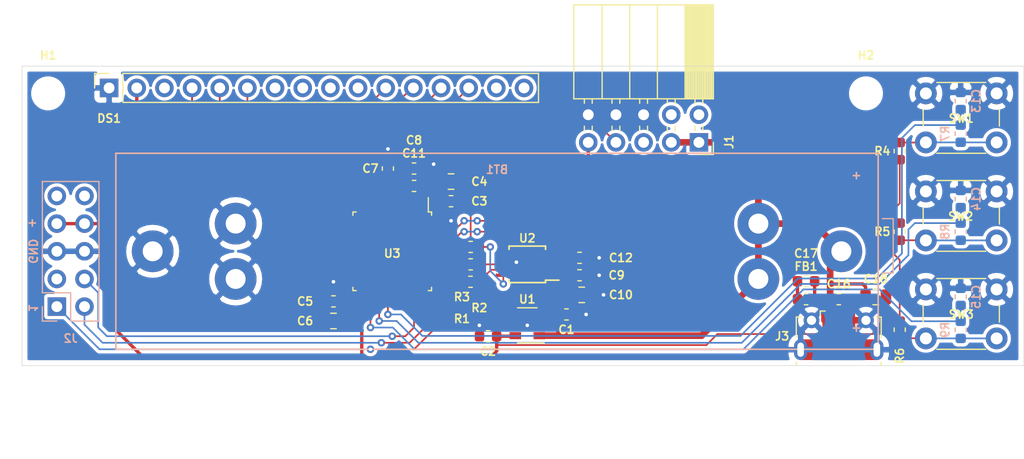
<source format=kicad_pcb>
(kicad_pcb (version 20211014) (generator pcbnew)
  (layers (0 "F.Cu" signal) (31 "B.Cu" signal) (34 "B.Paste" user) (35 "F.Paste" user) (36 "B.SilkS" user "B.Silkscreen") (37 "F.SilkS" user "F.Silkscreen") (38 "B.Mask" user) (39 "F.Mask" user) (44 "Edge.Cuts" user))
  (net 0 "")
  (net 1 "GND")
  (net 2 "/Vbat")
  (net 3 "/3V3")
  (net 4 "/RST")
  (net 5 "/Dim")
  (net 6 "/S1")
  (net 7 "/DB7")
  (net 8 "/DB6")
  (net 9 "/DB5")
  (net 10 "/DB4")
  (net 11 "/E")
  (net 12 "/R~{W}")
  (net 13 "/RS")
  (net 14 "/MOSI")
  (net 15 "Net-(R1-Pad1)")
  (net 16 "/SCLK")
  (net 17 "Net-(R2-Pad1)")
  (net 18 "/MISO")
  (net 19 "Net-(R3-Pad1)")
  (net 20 "/~{LAT0}")
  (net 21 "/CS_DAC")
  (net 22 "/Enable")
  (net 23 "/SWCLK")
  (net 24 "/SWDIO")
  (net 25 "/S2")
  (net 26 "/S3")
  (net 27 "Net-(R4-Pad2)")
  (net 28 "Net-(R5-Pad2)")
  (net 29 "Net-(R6-Pad2)")
  (footprint "Capacitor_SMD:C_0603_1608Metric" (layer "F.Cu") (at 220 152.8)
    (fp_text reference "C1")
    (fp_text value "1u")
  )
  (footprint "Capacitor_SMD:C_0603_1608Metric" (layer "F.Cu") (at 212.8 154.8 180)
    (fp_text reference "C2")
    (fp_text value "1u")
  )
  (footprint "Capacitor_SMD:C_0603_1608Metric" (layer "F.Cu") (at 221.2 149.2)
    (fp_text reference "C9")
    (fp_text value "0u1")
  )
  (footprint "Capacitor_SMD:C_0805_2012Metric" (layer "F.Cu") (at 221.4 151)
    (fp_text reference "C10")
    (fp_text value "10u")
  )
  (footprint "Capacitor_SMD:C_0603_1608Metric" (layer "F.Cu") (at 206 141)
    (fp_text reference "C11")
    (fp_text value "0u1")
  )
  (footprint "Capacitor_SMD:C_0603_1608Metric" (layer "F.Cu") (at 221.2 147.6)
    (fp_text reference "C12")
    (fp_text value "0u1")
  )
  (footprint "Connector_PinSocket_2.54mm:PinSocket_1x16_P2.54mm_Vertical" (layer "F.Cu") (at 178 132 90)
    (fp_text reference "DS1")
    (fp_text value "OLED-016N002A")
  )
  (footprint "Connector_PinSocket_2.54mm:PinSocket_2x05_P2.54mm_Horizontal" (layer "F.Cu") (at 232.16 137 -90)
    (fp_text reference "J1")
    (fp_text value "Conn_02x05_Odd_Even")
  )
  (footprint "Resistor_SMD:R_0603_1608Metric" (layer "F.Cu") (at 211.2 146.6 180)
    (fp_text reference "R2")
    (fp_text value "100")
  )
  (footprint "Resistor_SMD:R_0603_1608Metric" (layer "F.Cu") (at 211.1875 149.8 180)
    (fp_text reference "R1")
    (fp_text value "100")
  )
  (footprint "Resistor_SMD:R_0603_1608Metric" (layer "F.Cu") (at 211.2 148.2)
    (fp_text reference "R3")
    (fp_text value "100")
  )
  (footprint "Package_SO:MSOP-10_3x3mm_P0.5mm" (layer "F.Cu") (at 216.4 148.2 180)
    (fp_text reference "U2")
    (fp_text value "MCP48FVBX1")
  )
  (footprint "Package_TO_SOT_SMD:SOT-23-5" (layer "F.Cu") (at 216.4 153.8 180)
    (fp_text reference "U1")
    (fp_text value "MSCP1824T")
  )
  (footprint "Capacitor_SMD:C_0603_1608Metric" (layer "F.Cu") (at 209.4 142.4)
    (fp_text reference "C3")
    (fp_text value "0u1")
  )
  (footprint "Capacitor_SMD:C_0603_1608Metric" (layer "F.Cu") (at 203.6 139.4 90)
    (fp_text reference "C7")
    (fp_text value "10n")
  )
  (footprint "Capacitor_SMD:C_0805_2012Metric" (layer "F.Cu") (at 198.6 153.4 180)
    (fp_text reference "C6")
    (fp_text value "4u7")
  )
  (footprint "Capacitor_SMD:C_0603_1608Metric" (layer "F.Cu") (at 198.6 151.6 180)
    (fp_text reference "C5")
    (fp_text value "0u1")
  )
  (footprint "Capacitor_SMD:C_0805_2012Metric" (layer "F.Cu") (at 209.4 140.6)
    (fp_text reference "C4")
    (fp_text value "4u7")
  )
  (footprint "Capacitor_SMD:C_0603_1608Metric" (layer "F.Cu") (at 206 139.4)
    (fp_text reference "C8")
    (fp_text value "1u")
  )
  (footprint "Package_QFP:LQFP-32_7x7mm_P0.8mm" (layer "F.Cu") (at 204 147 -90)
    (fp_text reference "U3")
    (fp_text value "STM32F042K6Tx")
  )
  (footprint "Button_Switch_THT:SW_PUSH_6mm" (layer "F.Cu") (at 253 132.5)
    (fp_text reference "SW1")
    (fp_text value "SW_Push")
  )
  (footprint "Resistor_SMD:R_0603_1608Metric" (layer "F.Cu") (at 250.6 145.2 -90)
    (fp_text reference "R5")
    (fp_text value "10k")
  )
  (footprint "Resistor_SMD:R_0603_1608Metric" (layer "F.Cu") (at 250.6 154.2 -90)
    (fp_text reference "R6")
    (fp_text value "10k")
  )
  (footprint "Button_Switch_THT:SW_PUSH_6mm" (layer "F.Cu") (at 253 141.5)
    (fp_text reference "SW2")
    (fp_text value "SW_Push")
  )
  (footprint "Button_Switch_THT:SW_PUSH_6mm" (layer "F.Cu") (at 253 150.5)
    (fp_text reference "SW3")
    (fp_text value "SW_Push")
  )
  (footprint "Capacitor_SMD:C_0603_1608Metric" (layer "F.Cu") (at 245 151.4)
    (fp_text reference "C16")
    (fp_text value "10n")
  )
  (footprint "Capacitor_SMD:C_0603_1608Metric" (layer "F.Cu") (at 242 149.75 180)
    (fp_text reference "C17")
    (fp_text value "0u1")
  )
  (footprint "Capacitor_SMD:C_0805_2012Metric" (layer "F.Cu") (at 248.4 151.2)
    (fp_text reference "C18")
    (fp_text value "10u")
  )
  (footprint "Inductor_SMD:L_0603_1608Metric" (layer "F.Cu") (at 242 151.4 180)
    (fp_text reference "FB1")
    (fp_text value "Ferrite_Bead")
  )
  (footprint "Connector_USB:USB_Micro-B_Molex-105017-0001" (layer "F.Cu") (at 245 154.8)
    (fp_text reference "J3")
    (fp_text value "USB_B_Micro")
  )
  (footprint "MountingHole:MountingHole_2.5mm" (layer "F.Cu") (at 172.4 132.5)
    (fp_text reference "H1")
    (fp_text value "MountingHole")
  )
  (footprint "MountingHole:MountingHole_2.5mm" (layer "F.Cu") (at 247.5 132.5)
    (fp_text reference "H2")
    (fp_text value "MountingHole")
  )
  (footprint "Resistor_SMD:R_0603_1608Metric" (layer "F.Cu") (at 250.6 137.8 90)
    (fp_text reference "R4")
    (fp_text value "10k")
  )
  (footprint "Capacitor_SMD:C_0603_1608Metric" (layer "B.Cu") (at 256.2 133.2 90)
    (fp_text reference "C13")
    (fp_text value "10n")
  )
  (footprint "Resistor_SMD:R_0603_1608Metric" (layer "B.Cu") (at 256.2 136.2 -90)
    (fp_text reference "R7")
    (fp_text value "10k")
  )
  (footprint "UVA_12W:BatteryClip_18mm" (layer "B.Cu") (at 213.62 147 180)
    (fp_text reference "BT1")
    (fp_text value "Battery")
  )
  (footprint "Connector_PinHeader_2.54mm:PinHeader_2x05_P2.54mm_Vertical" (layer "B.Cu") (at 173.2 152.08)
    (fp_text reference "J2")
    (fp_text value "Conn_02x05_Odd_Even")
  )
  (footprint "Capacitor_SMD:C_0603_1608Metric" (layer "B.Cu") (at 256.2 142.2 90)
    (fp_text reference "C14")
    (fp_text value "10n")
  )
  (footprint "Capacitor_SMD:C_0603_1608Metric" (layer "B.Cu") (at 256.2 151.1875 90)
    (fp_text reference "C15")
    (fp_text value "10n")
  )
  (footprint "Resistor_SMD:R_0603_1608Metric" (layer "B.Cu") (at 256.2 145.2 -90)
    (fp_text reference "R8")
    (fp_text value "10k")
  )
  (footprint "Resistor_SMD:R_0603_1608Metric" (layer "B.Cu") (at 256.2 154.2125 -90)
    (fp_text reference "R9")
    (fp_text value "10k")
  )
  (gr_line (start 249 149) (end 250 149) (layer "B.SilkS") (width 0.12))
  (gr_line (start 250 144) (end 250 149) (layer "B.SilkS") (width 0.12))
  (gr_line (start 250 144) (end 249 144) (layer "B.SilkS") (width 0.12))
  (gr_line (start 170 157.5) (end 170 130) (layer "Edge.Cuts") (width 0.05))
  (gr_line (start 170 130) (end 262 130) (layer "Edge.Cuts") (width 0.05))
  (gr_line (start 262 157.5) (end 170 157.5) (layer "Edge.Cuts") (width 0.05))
  (gr_line (start 262 130) (end 262 157.5) (layer "Edge.Cuts") (width 0.05))
  (gr_text "+" (at 171 144.4 270) (layer "B.SilkS") (effects (font (size 0.75 0.75)) (justify mirror)))
  (gr_text "GND" (at 171 147 270) (layer "B.SilkS") (effects (font (size 0.75 0.75)) (justify mirror)))
  (gr_text "1" (at 171 152.2 270) (layer "B.SilkS") (effects (font (size 0.75 0.75)) (justify mirror)))
  (segment (start 241.2125 152.05) (end 242.5 153.3375) (width 0.3048) (layer "F.Cu") (net 1))
  (segment (start 210.1875 142.4) (end 210.1875 140.75) (width 0.3048) (layer "F.Cu") (net 1))
  (segment (start 210.1875 140.75) (end 210.3375 140.6) (width 0.3048) (layer "F.Cu") (net 1))
  (segment (start 249.3375 151.5) (end 247.5 153.3375) (width 0.3048) (layer "F.Cu") (net 1))
  (segment (start 197.8125 151.6) (end 197.8125 153.25) (width 0.3048) (layer "F.Cu") (net 1))
  (segment (start 246.3 153.3375) (end 246.3 152.5) (width 0.3048) (layer "F.Cu") (net 1))
  (segment (start 247.5 153.3375) (end 246.3 153.3375) (width 0.3048) (layer "F.Cu") (net 1))
  (segment (start 206.7875 139.4) (end 206.7875 141) (width 0.3048) (layer "F.Cu") (net 1))
  (segment (start 210.1875 142.4) (end 210.1875 143.4125) (width 0.3048) (layer "F.Cu") (net 1))
  (segment (start 197.8125 150.5875) (end 198.6 149.8) (width 0.3048) (layer "F.Cu") (net 1))
  (segment (start 245.7875 151.9875) (end 245.7875 151.4) (width 0.3048) (layer "F.Cu") (net 1))
  (segment (start 222.3375 151) (end 223.4 151) (width 0.3048) (layer "F.Cu") (net 1))
  (segment (start 247.5 153.3375) (end 246.307401 153.3375) (width 0.61) (layer "F.Cu") (net 1))
  (segment (start 246.3 152.5) (end 245.7875 151.9875) (width 0.3048) (layer "F.Cu") (net 1))
  (segment (start 246 156.0375) (end 247.9 156.0375) (width 0.3048) (layer "F.Cu") (net 1))
  (segment (start 212.0125 153.8125) (end 212 153.8) (width 0.3048) (layer "F.Cu") (net 1))
  (segment (start 212.0125 154.8) (end 212.0125 153.8125) (width 0.3048) (layer "F.Cu") (net 1))
  (segment (start 214.2 147.7) (end 215.1 147.7) (width 0.3048) (layer "F.Cu") (net 1))
  (segment (start 203.6 137.608224) (end 203.604112 137.604112) (width 0.3048) (layer "F.Cu") (net 1))
  (segment (start 197.8125 153.25) (end 197.6625 153.4) (width 0.3048) (layer "F.Cu") (net 1))
  (segment (start 208.175 144.2) (end 209.4 144.2) (width 0.3048) (layer "F.Cu") (net 1))
  (segment (start 199.825 149.8) (end 198.6 149.8) (width 0.3048) (layer "F.Cu") (net 1))
  (segment (start 217.5 153.8) (end 216.4 153.8) (width 0.3048) (layer "F.Cu") (net 1))
  (segment (start 203.6 138.6125) (end 203.6 137.608224) (width 0.3048) (layer "F.Cu") (net 1))
  (segment (start 215.1 147.7) (end 215.4 148) (width 0.3048) (layer "F.Cu") (net 1))
  (segment (start 206.7875 139.4) (end 207.4 139.4) (width 0.3048) (layer "F.Cu") (net 1))
  (segment (start 220.7875 152.8) (end 221.8 152.8) (width 0.3048) (layer "F.Cu") (net 1))
  (segment (start 244 156.0375) (end 242.1 156.0375) (width 0.3048) (layer "F.Cu") (net 1))
  (segment (start 249.3375 151.2) (end 249.3375 151.5) (width 0.3048) (layer "F.Cu") (net 1))
  (segment (start 210.1875 143.4125) (end 209.4 144.2) (width 0.3048) (layer "F.Cu") (net 1))
  (segment (start 241.2125 151.4) (end 241.2125 152.05) (width 0.3048) (layer "F.Cu") (net 1))
  (segment (start 241.2125 149.75) (end 241.2125 151.4) (width 0.3048) (layer "F.Cu") (net 1))
  (segment (start 207.4 139.4) (end 207.8 139) (width 0.3048) (layer "F.Cu") (net 1))
  (segment (start 197.8125 151.6) (end 197.8125 150.5875) (width 0.3048) (layer "F.Cu") (net 1))
  (segment (start 221.9875 149.2) (end 223 149.2) (width 0.3048) (layer "F.Cu") (net 1))
  (segment (start 221.9875 147.6) (end 223 147.6) (width 0.3048) (layer "F.Cu") (net 1))
  (via (at 207.8 139) (size 0.6858) (drill 0.3302) (layers "F.Cu" "B.Cu") (net 1))
  (via (at 212 153.8) (size 0.6858) (drill 0.3302) (layers "F.Cu" "B.Cu") (net 1))
  (via (at 223 147.6) (size 0.6858) (drill 0.3302) (layers "F.Cu" "B.Cu") (net 1))
  (via (at 209.4 144.2) (size 0.6858) (drill 0.3302) (layers "F.Cu" "B.Cu") (net 1))
  (via (at 203.604112 137.604112) (size 0.6858) (drill 0.3302) (layers "F.Cu" "B.Cu") (net 1))
  (via (at 223 149.2) (size 0.6858) (drill 0.3302) (layers "F.Cu" "B.Cu") (net 1))
  (via (at 216.4 153.8) (size 0.6858) (drill 0.3302) (layers "F.Cu" "B.Cu") (net 1))
  (via (at 198.6 149.8) (size 0.6858) (drill 0.3302) (layers "F.Cu" "B.Cu") (net 1))
  (via (at 223.4 151) (size 0.6858) (drill 0.3302) (layers "F.Cu" "B.Cu") (net 1))
  (via (at 215.4 148) (size 0.6858) (drill 0.3302) (layers "F.Cu" "B.Cu") (net 1))
  (via (at 221.8 152.8) (size 0.6858) (drill 0.3302) (layers "F.Cu" "B.Cu") (net 1))
  (segment (start 247.4625 151.2) (end 247.4625 150.2625) (width 0.3048) (layer "F.Cu") (net 2))
  (segment (start 244.225 150) (end 244.2125 149.9875) (width 0.3048) (layer "F.Cu") (net 2))
  (segment (start 244.2125 148.0275) (end 245.24 147) (width 0.61) (layer "F.Cu") (net 2))
  (segment (start 244.2125 151.4) (end 242.7875 151.4) (width 0.3048) (layer "F.Cu") (net 2))
  (segment (start 244.2125 151.4) (end 244.2125 149.5875) (width 0.61) (layer "F.Cu") (net 2))
  (segment (start 217.5 154.75) (end 219.25 154.75) (width 0.61) (layer "F.Cu") (net 2))
  (segment (start 237.62 144.46) (end 237.62 140) (width 0.61) (layer "F.Cu") (net 2))
  (segment (start 219.2125 154.7125) (end 219.25 154.75) (width 0.3048) (layer "F.Cu") (net 2))
  (segment (start 247.2 150) (end 244.225 150) (width 0.3048) (layer "F.Cu") (net 2))
  (segment (start 232.16 137) (end 234.62 137) (width 0.61) (layer "F.Cu") (net 2))
  (segment (start 234.62 137) (end 237.62 140) (width 0.61) (layer "F.Cu") (net 2))
  (segment (start 244.2125 149.5875) (end 244.2125 148.0275) (width 0.61) (layer "F.Cu") (net 2))
  (segment (start 243.692599 151.507401) (end 243.692599 153.3375) (width 0.61) (layer "F.Cu") (net 2))
  (segment (start 219.25 154.75) (end 232.41 154.75) (width 0.61) (layer "F.Cu") (net 2))
  (segment (start 247.4625 150.2625) (end 247.2 150) (width 0.3048) (layer "F.Cu") (net 2))
  (segment (start 244.2125 151.4) (end 243.8 151.4) (width 0.61) (layer "F.Cu") (net 2))
  (segment (start 242.7875 151.4) (end 242.7875 149.75) (width 0.3048) (layer "F.Cu") (net 2))
  (segment (start 237.62 149.54) (end 237.62 144.46) (width 0.61) (layer "F.Cu") (net 2))
  (segment (start 237.62 144.46) (end 242.7 144.46) (width 0.61) (layer "F.Cu") (net 2))
  (segment (start 242.7 144.46) (end 245.24 147) (width 0.61) (layer "F.Cu") (net 2))
  (segment (start 232.41 154.75) (end 237.62 149.54) (width 0.61) (layer "F.Cu") (net 2))
  (segment (start 217.55 152.8) (end 217.5 152.85) (width 0.3048) (layer "F.Cu") (net 2))
  (segment (start 243.8 151.4) (end 243.692599 151.507401) (width 0.61) (layer "F.Cu") (net 2))
  (segment (start 229.62 137) (end 232.16 137) (width 0.61) (layer "F.Cu") (net 2))
  (segment (start 219.2125 152.8) (end 217.55 152.8) (width 0.3048) (layer "F.Cu") (net 2))
  (segment (start 219.2125 152.8) (end 219.2125 154.7125) (width 0.3048) (layer "F.Cu") (net 2))
  (segment (start 204 147.1) (end 201.2 149.9) (width 0.3048) (layer "F.Cu") (net 3))
  (segment (start 206.8 142.825) (end 206.8 144.3) (width 0.3048) (layer "F.Cu") (net 3))
  (segment (start 206.8 144.3) (end 204 147.1) (width 0.3048) (layer "F.Cu") (net 3))
  (segment (start 203.6 146.7) (end 204 147.1) (width 0.3048) (layer "F.Cu") (net 3))
  (segment (start 201.2 149.9) (end 201.2 151.175) (width 0.3048) (layer "F.Cu") (net 3))
  (segment (start 203.6 142.825) (end 203.6 146.7) (width 0.3048) (layer "F.Cu") (net 3))
  (segment (start 250.6 147.8) (end 250.6 153.4125) (width 0.1524) (layer "F.Cu") (net 3))
  (segment (start 213.5875 156.1625) (end 212.95 156.8) (width 0.3048) (layer "F.Cu") (net 3))
  (segment (start 178.14 136.26) (end 180.54 133.86) (width 0.3048) (layer "F.Cu") (net 3))
  (segment (start 218.6 149.2) (end 220.4125 149.2) (width 0.3048) (layer "F.Cu") (net 3))
  (segment (start 213.5875 154.8) (end 215.25 154.8) (width 0.3048) (layer "F.Cu") (net 3))
  (segment (start 175.74 144.46) (end 178.14 144.46) (width 0.3048) (layer "F.Cu") (net 3))
  (segment (start 195.8 156.8) (end 195.6 156.8) (width 0.3048) (layer "F.Cu") (net 3))
  (segment (start 206.8 142.825) (end 207.375 142.825) (width 0.3048) (layer "F.Cu") (net 3))
  (segment (start 203.6125 140.1875) (end 204.4 139.4) (width 0.3048) (layer "F.Cu") (net 3))
  (segment (start 220.4125 149.2) (end 220.4125 150.95) (width 0.3048) (layer "F.Cu") (net 3))
  (segment (start 201.2 156.8) (end 195.8 156.8) (width 0.3048) (layer "F.Cu") (net 3))
  (segment (start 203.6 140.1875) (end 203.6125 140.1875) (width 0.3048) (layer "F.Cu") (net 3))
  (segment (start 201.2 151.175) (end 200.625 151.175) (width 0.3048) (layer "F.Cu") (net 3))
  (segment (start 203.6 142.825) (end 203.6 140.1875) (width 0.3048) (layer "F.Cu") (net 3))
  (segment (start 220.4125 150.95) (end 220.4625 151) (width 0.3048) (layer "F.Cu") (net 3))
  (segment (start 208.6125 140.75) (end 208.4625 140.6) (width 0.3048) (layer "F.Cu") (net 3))
  (segment (start 213.5875 152.0125) (end 214.6 151) (width 0.3048) (layer "F.Cu") (net 3))
  (segment (start 207.8 142.4) (end 208.6125 142.4) (width 0.3048) (layer "F.Cu") (net 3))
  (segment (start 250.6 144.4125) (end 249.4125 144.4125) (width 0.1524) (layer "F.Cu") (net 3))
  (segment (start 200.625 151.175) (end 200.2 151.6) (width 0.3048) (layer "F.Cu") (net 3))
  (segment (start 178.14 153.74) (end 181.2 156.8) (width 0.3048) (layer "F.Cu") (net 3))
  (segment (start 204.4 139.4) (end 205.2125 139.4) (width 0.3048) (layer "F.Cu") (net 3))
  (segment (start 217.6 151) (end 218.6 150) (width 0.3048) (layer "F.Cu") (net 3))
  (segment (start 249.5875 153.4125) (end 248.4 154.6) (width 0.1524) (layer "F.Cu") (net 3))
  (segment (start 200.2 151.6) (end 199.3875 151.6) (width 0.3048) (layer "F.Cu") (net 3))
  (segment (start 250.6 142.6) (end 249.4 143.8) (width 0.1524) (layer "F.Cu") (net 3))
  (segment (start 232.844819 155.6125) (end 213.5875 155.6125) (width 0.1524) (layer "F.Cu") (net 3))
  (segment (start 218.6 150) (end 218.6 149.2) (width 0.3048) (layer "F.Cu") (net 3))
  (segment (start 215.25 154.8) (end 215.3 154.75) (width 0.3048) (layer "F.Cu") (net 3))
  (segment (start 208.6125 142.4) (end 208.6125 140.75) (width 0.3048) (layer "F.Cu") (net 3))
  (segment (start 173.2 144.46) (end 175.74 144.46) (width 0.3048) (layer "F.Cu") (net 3))
  (segment (start 180.54 133.86) (end 180.54 132) (width 0.3048) (layer "F.Cu") (net 3))
  (segment (start 178.14 144.46) (end 178.14 136.26) (width 0.3048) (layer "F.Cu") (net 3))
  (segment (start 249.4 143.8) (end 249.4 144.4) (width 0.1524) (layer "F.Cu") (net 3))
  (segment (start 213.5875 155.6125) (end 213.5875 156.1625) (width 0.3048) (layer "F.Cu") (net 3))
  (segment (start 207.375 142.825) (end 207.8 142.4) (width 0.3048) (layer "F.Cu") (net 3))
  (segment (start 248.4 154.6) (end 233.857319 154.6) (width 0.1524) (layer "F.Cu") (net 3))
  (segment (start 213.5875 154.8) (end 213.5875 155.6125) (width 0.3048) (layer "F.Cu") (net 3))
  (segment (start 199.3875 153.25) (end 199.5375 153.4) (width 0.3048) (layer "F.Cu") (net 3))
  (segment (start 214.6 151) (end 217.6 151) (width 0.3048) (layer "F.Cu") (net 3))
  (segment (start 201.2 151.175) (end 201.2 156.8) (width 0.3048) (layer "F.Cu") (net 3))
  (segment (start 233.857319 154.6) (end 232.844819 155.6125) (width 0.1524) (layer "F.Cu") (net 3))
  (segment (start 250.6 153.4125) (end 249.5875 153.4125) (width 0.1524) (layer "F.Cu") (net 3))
  (segment (start 178.14 144.46) (end 178.14 153.74) (width 0.3048) (layer "F.Cu") (net 3))
  (segment (start 212.95 156.8) (end 201.2 156.8) (width 0.3048) (layer "F.Cu") (net 3))
  (segment (start 199.3875 151.6) (end 199.3875 153.25) (width 0.3048) (layer "F.Cu") (net 3))
  (segment (start 249.4 144.4) (end 249.4 146.6) (width 0.1524) (layer "F.Cu") (net 3))
  (segment (start 181.2 156.8) (end 195.8 156.8) (width 0.3048) (layer "F.Cu") (net 3))
  (segment (start 249.4125 144.4125) (end 249.4 144.4) (width 0.1524) (layer "F.Cu") (net 3))
  (segment (start 213.5875 154.8) (end 213.5875 152.0125) (width 0.3048) (layer "F.Cu") (net 3))
  (segment (start 250.6 138.5875) (end 250.6 142.6) (width 0.1524) (layer "F.Cu") (net 3))
  (segment (start 249.4 146.6) (end 250.6 147.8) (width 0.1524) (layer "F.Cu") (net 3))
  (segment (start 204.4 141.8125) (end 205.2125 141) (width 0.1524) (layer "F.Cu") (net 4))
  (segment (start 211.2 143.2) (end 211.2 143.4) (width 0.1524) (layer "F.Cu") (net 4))
  (segment (start 211.2 143.4) (end 211.2 150.8) (width 0.1524) (layer "F.Cu") (net 4))
  (segment (start 210 138.2) (end 211.2 139.4) (width 0.1524) (layer "F.Cu") (net 4))
  (segment (start 206 156) (end 202 156) (width 0.1524) (layer "F.Cu") (net 4))
  (segment (start 206 138.6) (end 206.4 138.2) (width 0.1524) (layer "F.Cu") (net 4))
  (segment (start 206 140.2125) (end 206 138.6) (width 0.1524) (layer "F.Cu") (net 4))
  (segment (start 204.4 142.825) (end 204.4 141.8125) (width 0.1524) (layer "F.Cu") (net 4))
  (segment (start 205.2125 141) (end 206 140.2125) (width 0.1524) (layer "F.Cu") (net 4))
  (segment (start 211.2 150.8) (end 206 156) (width 0.1524) (layer "F.Cu") (net 4))
  (segment (start 206.4 138.2) (end 210 138.2) (width 0.1524) (layer "F.Cu") (net 4))
  (segment (start 211.2 139.4) (end 211.2 143.4) (width 0.1524) (layer "F.Cu") (net 4))
  (via (at 202 156) (size 0.6858) (drill 0.3302) (layers "F.Cu" "B.Cu") (net 4))
  (segment (start 202 156) (end 177.12 156) (width 0.1524) (layer "B.Cu") (net 4))
  (segment (start 177.12 156) (end 173.2 152.08) (width 0.1524) (layer "B.Cu") (net 4))
  (segment (start 218.6 147.7) (end 220.3125 147.7) (width 0.3048) (layer "F.Cu") (net 5))
  (segment (start 220.4125 147.6) (end 220.4125 143.5875) (width 0.3048) (layer "F.Cu") (net 5))
  (segment (start 222 137) (end 222 142) (width 0.3048) (layer "F.Cu") (net 5))
  (segment (start 220.4125 143.5875) (end 222 142) (width 0.3048) (layer "F.Cu") (net 5))
  (segment (start 220.3125 147.7) (end 220.4125 147.6) (width 0.3048) (layer "F.Cu") (net 5))
  (segment (start 203.6 151.175) (end 203.6 152.8) (width 0.1524) (layer "F.Cu") (net 6))
  (via (at 203.6 152.8) (size 0.6858) (drill 0.3302) (layers "F.Cu" "B.Cu") (net 6))
  (segment (start 204.8 152.8) (end 203.6 152.8) (width 0.1524) (layer "B.Cu") (net 6))
  (segment (start 256.2 135.4125) (end 251.9875 135.4125) (width 0.1524) (layer "B.Cu") (net 6))
  (segment (start 256.2 135.4125) (end 256.2 133.9875) (width 0.1524) (layer "B.Cu") (net 6))
  (segment (start 248.5 149.5) (end 241.25 149.5) (width 0.1524) (layer "B.Cu") (net 6))
  (segment (start 241.25 149.5) (end 235.97861 154.77139) (width 0.1524) (layer "B.Cu") (net 6))
  (segment (start 206.77139 154.77139) (end 204.8 152.8) (width 0.1524) (layer "B.Cu") (net 6))
  (segment (start 250.8 147.2) (end 248.5 149.5) (width 0.1524) (layer "B.Cu") (net 6))
  (segment (start 250.8 136.6) (end 250.8 147.2) (width 0.1524) (layer "B.Cu") (net 6))
  (segment (start 235.97861 154.77139) (end 206.77139 154.77139) (width 0.1524) (layer "B.Cu") (net 6))
  (segment (start 251.9875 135.4125) (end 250.8 136.6) (width 0.1524) (layer "B.Cu") (net 6))
  (segment (start 202 137.4) (end 205.2 134.2) (width 0.1524) (layer "F.Cu") (net 7))
  (segment (start 202 142.825) (end 202 137.4) (width 0.1524) (layer "F.Cu") (net 7))
  (segment (start 205.2 134.2) (end 208.82 134.2) (width 0.1524) (layer "F.Cu") (net 7))
  (segment (start 208.82 134.2) (end 211.02 132) (width 0.1524) (layer "F.Cu") (net 7))
  (segment (start 201.2 137.4) (end 205 133.6) (width 0.1524) (layer "F.Cu") (net 8))
  (segment (start 206.88 133.6) (end 208.48 132) (width 0.1524) (layer "F.Cu") (net 8))
  (segment (start 205 133.6) (end 206.88 133.6) (width 0.1524) (layer "F.Cu") (net 8))
  (segment (start 201.2 142.825) (end 201.2 137.4) (width 0.1524) (layer "F.Cu") (net 8))
  (segment (start 199.825 137.975) (end 205.8 132) (width 0.1524) (layer "F.Cu") (net 9))
  (segment (start 199.825 144.2) (end 199.825 137.975) (width 0.1524) (layer "F.Cu") (net 9))
  (segment (start 205.8 132) (end 205.94 132) (width 0.1524) (layer "F.Cu") (net 9))
  (segment (start 198.4 137) (end 199.825 135.575) (width 0.1524) (layer "F.Cu") (net 10))
  (segment (start 199.825 145) (end 198.8 145) (width 0.1524) (layer "F.Cu") (net 10))
  (segment (start 198.8 145) (end 198.4 144.6) (width 0.1524) (layer "F.Cu") (net 10))
  (segment (start 199.825 135.575) (end 203.4 132) (width 0.1524) (layer "F.Cu") (net 10))
  (segment (start 198.4 144.6) (end 198.4 137) (width 0.1524) (layer "F.Cu") (net 10))
  (segment (start 198.8 145.8) (end 190.7 137.7) (width 0.1524) (layer "F.Cu") (net 11))
  (segment (start 190.7 137.7) (end 190.7 136.9) (width 0.1524) (layer "F.Cu") (net 11))
  (segment (start 199.825 145.8) (end 198.8 145.8) (width 0.1524) (layer "F.Cu") (net 11))
  (segment (start 190.7 136.9) (end 190.7 132) (width 0.1524) (layer "F.Cu") (net 11))
  (segment (start 198.8 146.6) (end 188.16 135.96) (width 0.1524) (layer "F.Cu") (net 12))
  (segment (start 188.16 135.16) (end 188.16 132) (width 0.1524) (layer "F.Cu") (net 12))
  (segment (start 188.16 135.96) (end 188.16 132) (width 0.1524) (layer "F.Cu") (net 12))
  (segment (start 199.825 146.6) (end 198.8 146.6) (width 0.1524) (layer "F.Cu") (net 12))
  (segment (start 199.825 147.4) (end 198.8 147.4) (width 0.1524) (layer "F.Cu") (net 13))
  (segment (start 198.8 147.4) (end 185.62 134.22) (width 0.1524) (layer "F.Cu") (net 13))
  (segment (start 185.62 133.4825) (end 185.62 132) (width 0.1524) (layer "F.Cu") (net 13))
  (segment (start 185.62 134.22) (end 185.62 132) (width 0.1524) (layer "F.Cu") (net 13))
  (segment (start 208.175 147.4) (end 209.6125 147.4) (width 0.1524) (layer "F.Cu") (net 14))
  (segment (start 209.6125 147.4) (end 210.4125 146.6) (width 0.1524) (layer "F.Cu") (net 14))
  (segment (start 213.075 148.7) (end 214.2 148.7) (width 0.1524) (layer "F.Cu") (net 15))
  (segment (start 211.975 149.8) (end 213.075 148.7) (width 0.1524) (layer "F.Cu") (net 15))
  (segment (start 209.6 149) (end 210.4 149.8) (width 0.1524) (layer "F.Cu") (net 16))
  (segment (start 208.175 149) (end 209.6 149) (width 0.1524) (layer "F.Cu") (net 16))
  (segment (start 211.9875 146.6) (end 213 146.6) (width 0.1524) (layer "F.Cu") (net 17))
  (segment (start 214.2 150) (end 214.2 149.2) (width 0.1524) (layer "F.Cu") (net 17))
  (via (at 214.2 150) (size 0.6858) (drill 0.3302) (layers "F.Cu" "B.Cu") (net 17))
  (via (at 213 146.6) (size 0.6858) (drill 0.3302) (layers "F.Cu" "B.Cu") (net 17))
  (segment (start 213 146.6) (end 213 148.8) (width 0.1524) (layer "B.Cu") (net 17))
  (segment (start 213 148.8) (end 214.2 150) (width 0.1524) (layer "B.Cu") (net 17))
  (segment (start 211.9875 148.2) (end 214.2 148.2) (width 0.1524) (layer "F.Cu") (net 18))
  (segment (start 208.175 148.2) (end 210.4125 148.2) (width 0.1524) (layer "F.Cu") (net 19))
  (segment (start 214.2 146.4) (end 214.2 147.2) (width 0.1524) (layer "F.Cu") (net 20))
  (segment (start 210.4 145.2) (end 210.6 145.2) (width 0.1524) (layer "F.Cu") (net 20))
  (segment (start 209 146.6) (end 210.4 145.2) (width 0.1524) (layer "F.Cu") (net 20))
  (segment (start 208.175 146.6) (end 209 146.6) (width 0.1524) (layer "F.Cu") (net 20))
  (segment (start 211.8 145.2) (end 213 145.2) (width 0.1524) (layer "F.Cu") (net 20))
  (segment (start 213 145.2) (end 214.2 146.4) (width 0.1524) (layer "F.Cu") (net 20))
  (via (at 211.8 145.2) (size 0.6858) (drill 0.3302) (layers "F.Cu" "B.Cu") (net 20))
  (via (at 210.6 145.2) (size 0.6858) (drill 0.3302) (layers "F.Cu" "B.Cu") (net 20))
  (segment (start 210.6 145.2) (end 211.8 145.2) (width 0.1524) (layer "B.Cu") (net 20))
  (segment (start 213.2476 144.2) (end 211.8 144.2) (width 0.1524) (layer "F.Cu") (net 21))
  (segment (start 218.6 148.7) (end 217.7476 148.7) (width 0.1524) (layer "F.Cu") (net 21))
  (segment (start 217.7476 148.7) (end 213.2476 144.2) (width 0.1524) (layer "F.Cu") (net 21))
  (segment (start 208.175 145.8) (end 209 145.8) (width 0.1524) (layer "F.Cu") (net 21))
  (segment (start 209 145.8) (end 210.6 144.2) (width 0.1524) (layer "F.Cu") (net 21))
  (via (at 211.8 144.2) (size 0.6858) (drill 0.3302) (layers "F.Cu" "B.Cu") (net 21))
  (via (at 210.6 144.2) (size 0.6858) (drill 0.3302) (layers "F.Cu" "B.Cu") (net 21))
  (segment (start 210.6 144.2) (end 211.8 144.2) (width 0.1524) (layer "B.Cu") (net 21))
  (segment (start 220.05 134.8) (end 205.4 134.8) (width 0.1524) (layer "F.Cu") (net 22))
  (segment (start 202.8 137.4) (end 202.8 142.825) (width 0.1524) (layer "F.Cu") (net 22))
  (segment (start 224.54 137) (end 223.29 135.75) (width 0.1524) (layer "F.Cu") (net 22))
  (segment (start 223.29 135.75) (end 221 135.75) (width 0.1524) (layer "F.Cu") (net 22))
  (segment (start 205.4 134.8) (end 202.8 137.4) (width 0.1524) (layer "F.Cu") (net 22))
  (segment (start 221 135.75) (end 220.05 134.8) (width 0.1524) (layer "F.Cu") (net 22))
  (segment (start 205.6 155.4) (end 203 155.4) (width 0.1524) (layer "F.Cu") (net 23))
  (segment (start 206.8 154.2) (end 205.6 155.4) (width 0.1524) (layer "F.Cu") (net 23))
  (segment (start 206.8 151.175) (end 206.8 154.2) (width 0.1524) (layer "F.Cu") (net 23))
  (via (at 203 155.4) (size 0.6858) (drill 0.3302) (layers "F.Cu" "B.Cu") (net 23))
  (segment (start 177.4 155.4) (end 203 155.4) (width 0.1524) (layer "B.Cu") (net 23))
  (segment (start 175.74 152.08) (end 175.74 153.74) (width 0.1524) (layer "B.Cu") (net 23))
  (segment (start 175.74 153.74) (end 177.4 155.4) (width 0.1524) (layer "B.Cu") (net 23))
  (segment (start 206 151.175) (end 206 154) (width 0.1524) (layer "F.Cu") (net 24))
  (segment (start 205.2 154.8) (end 203.999994 154.8) (width 0.1524) (layer "F.Cu") (net 24))
  (segment (start 206 154) (end 205.2 154.8) (width 0.1524) (layer "F.Cu") (net 24))
  (via (at 203.999994 154.8) (size 0.6858) (drill 0.3302) (layers "F.Cu" "B.Cu") (net 24))
  (segment (start 177 150.8) (end 175.74 149.54) (width 0.1524) (layer "B.Cu") (net 24))
  (segment (start 177.8 154.8) (end 177 154) (width 0.1524) (layer "B.Cu") (net 24))
  (segment (start 203.999994 154.8) (end 177.8 154.8) (width 0.1524) (layer "B.Cu") (net 24))
  (segment (start 177 154) (end 177 150.8) (width 0.1524) (layer "B.Cu") (net 24))
  (segment (start 202.8 151.175) (end 202.8 153.4) (width 0.1524) (layer "F.Cu") (net 25))
  (via (at 202.8 153.4) (size 0.6858) (drill 0.3302) (layers "F.Cu" "B.Cu") (net 25))
  (segment (start 204.4 153.4) (end 202.8 153.4) (width 0.1524) (layer "B.Cu") (net 25))
  (segment (start 251.4 145) (end 251.4 147.35) (width 0.1524) (layer "B.Cu") (net 25))
  (segment (start 206.4 155.4) (end 204.4 153.4) (width 0.1524) (layer "B.Cu") (net 25))
  (segment (start 251.9875 144.4125) (end 251.4 145) (width 0.1524) (layer "B.Cu") (net 25))
  (segment (start 248.75 150) (end 241.5 150) (width 0.1524) (layer "B.Cu") (net 25))
  (segment (start 256.2 144.4125) (end 256.2 142.9875) (width 0.1524) (layer "B.Cu") (net 25))
  (segment (start 256.2 144.4125) (end 251.9875 144.4125) (width 0.1524) (layer "B.Cu") (net 25))
  (segment (start 241.5 150) (end 236.1 155.4) (width 0.1524) (layer "B.Cu") (net 25))
  (segment (start 236.1 155.4) (end 206.4 155.4) (width 0.1524) (layer "B.Cu") (net 25))
  (segment (start 251.4 147.35) (end 248.75 150) (width 0.1524) (layer "B.Cu") (net 25))
  (segment (start 202 151.175) (end 202 154.000008) (width 0.1524) (layer "F.Cu") (net 26))
  (via (at 202 154.000008) (size 0.6858) (drill 0.3302) (layers "F.Cu" "B.Cu") (net 26))
  (segment (start 256.2 153.425) (end 256.2 151.975) (width 0.1524) (layer "B.Cu") (net 26))
  (segment (start 236.25 156) (end 241.75 150.5) (width 0.1524) (layer "B.Cu") (net 26))
  (segment (start 251.675 153.425) (end 256.2 153.425) (width 0.1524) (layer "B.Cu") (net 26))
  (segment (start 241.75 150.5) (end 248.75 150.5) (width 0.1524) (layer "B.Cu") (net 26))
  (segment (start 206.045816 156) (end 236.25 156) (width 0.1524) (layer "B.Cu") (net 26))
  (segment (start 202 154.000008) (end 204.045824 154.000008) (width 0.1524) (layer "B.Cu") (net 26))
  (segment (start 248.75 150.5) (end 251.675 153.425) (width 0.1524) (layer "B.Cu") (net 26))
  (segment (start 204.045824 154.000008) (end 206.045816 156) (width 0.1524) (layer "B.Cu") (net 26))
  (segment (start 250.6 137.0125) (end 252.9875 137.0125) (width 0.1524) (layer "F.Cu") (net 27))
  (segment (start 252.9875 137.0125) (end 253 137) (width 0.1524) (layer "F.Cu") (net 27))
  (segment (start 253 137) (end 259.5 137) (width 0.1524) (layer "B.Cu") (net 27))
  (segment (start 252.9875 145.9875) (end 253 146) (width 0.1524) (layer "F.Cu") (net 28))
  (segment (start 250.6 145.9875) (end 252.9875 145.9875) (width 0.1524) (layer "F.Cu") (net 28))
  (segment (start 253 146) (end 259.5 146) (width 0.1524) (layer "B.Cu") (net 28))
  (segment (start 250.6 154.9875) (end 252.9875 154.9875) (width 0.1524) (layer "F.Cu") (net 29))
  (segment (start 252.9875 154.9875) (end 253 155) (width 0.1524) (layer "F.Cu") (net 29))
  (segment (start 253 155) (end 259.5 155) (width 0.1524) (layer "B.Cu") (net 29))
  (zone (net 3) (net_name "/3V3") (layer "F.Cu") (connect_pads thru_hole_only (clearance 0.308)) (min_thickness 0.254) (fill yes (thermal_gap 0.508) (thermal_bridge_width 0.508))
    (polygon (pts (xy 200.8 150.2) (xy 200.8 143.8) (xy 207.2 143.8) (xy 207.2 150.2)))
  )
  (zone (net 1) (net_name "GND") (layer "B.Cu") (connect_pads (clearance 0.308)) (min_thickness 0.254) (fill yes (thermal_gap 0.508) (thermal_bridge_width 0.508))
    (polygon (pts (xy 261.5 157) (xy 170.5 157) (xy 170.5 130.5) (xy 261.5 130.5)))
  )
)
</source>
